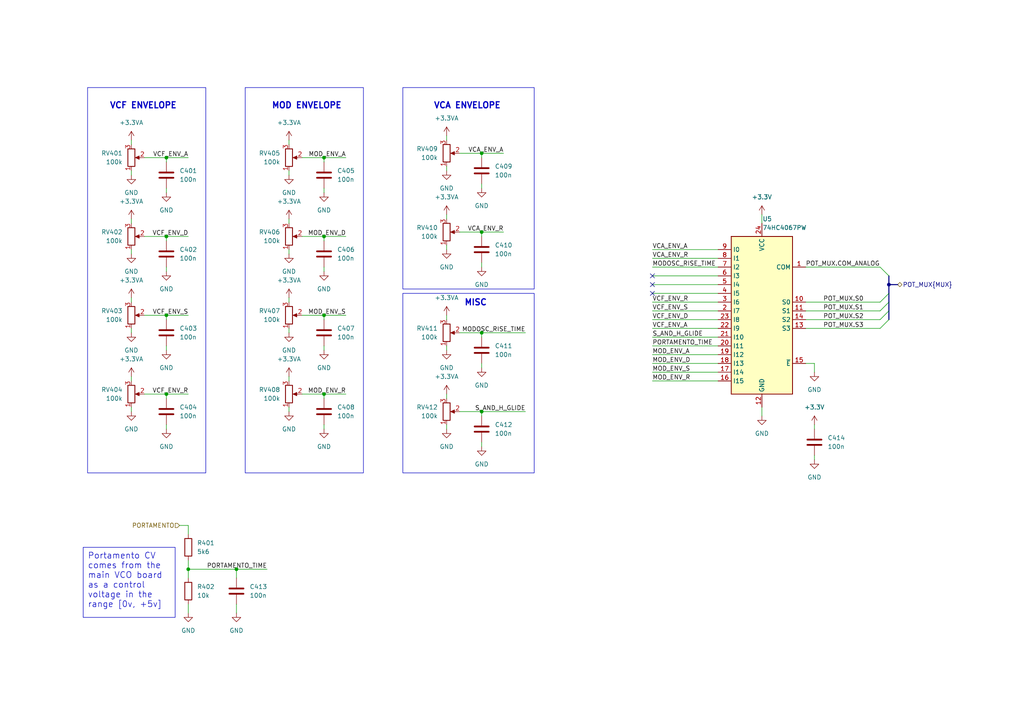
<source format=kicad_sch>
(kicad_sch (version 20230121) (generator eeschema)
  (paper "A4")
  (title_block (title "MICRO-OX Modulation Board") (date "2023-04-13") (rev "0") (comment 2 "creativecommons.org/licenses/by/4.0") (comment 3 "license: CC by 4.0") (comment 4 "Author: Jordan Aceto"))
  (lib_symbols
    (symbol "Device:C" (pin_numbers hide) (pin_names (offset 0.254))
      (property "Reference" "C" (at 0.635 2.54 0))
      (property "Value" "C" (at 0.635 -2.54 0))
      (symbol "C_0_1"
        (polyline (pts (xy -2.032 -0.762) (xy 2.032 -0.762)) (stroke (width 0.508)))
        (polyline (pts (xy -2.032 0.762) (xy 2.032 0.762)) (stroke (width 0.508)))
      )
      (symbol "C_1_1"
        (pin passive line (at 0 3.81 270) (length 2.794) (name "~") (number "1"))
        (pin passive line (at 0 -3.81 90) (length 2.794) (name "~") (number "2"))
      )
    )
    (symbol "Device:R" (pin_numbers hide) (pin_names (offset 0))
      (property "Reference" "R" (at 2.032 0 90))
      (property "Value" "R" (at 0 0 90))
      (symbol "R_0_1"
        (rectangle (start -1.016 -2.54) (end 1.016 2.54) (stroke (width 0.254)))
      )
      (symbol "R_1_1"
        (pin passive line (at 0 3.81 270) (length 1.27) (name "~") (number "1"))
        (pin passive line (at 0 -3.81 90) (length 1.27) (name "~") (number "2"))
      )
    )
    (symbol "Device:R_Potentiometer" (pin_names (offset 1.016) hide)
      (property "Reference" "RV" (at -4.445 0 90))
      (property "Value" "R_Potentiometer" (at -2.54 0 90))
      (symbol "R_Potentiometer_0_1"
        (polyline (pts (xy 2.54 0) (xy 1.524 0)))
        (polyline (pts (xy 1.143 0) (xy 2.286 0.508) (xy 2.286 -0.508) (xy 1.143 0)) (fill (type outline)))
        (rectangle (start 1.016 2.54) (end -1.016 -2.54) (stroke (width 0.254)))
      )
      (symbol "R_Potentiometer_1_1"
        (pin passive line (at 0 3.81 270) (length 1.27) (name "1") (number "1"))
        (pin passive line (at 3.81 0 180) (length 1.27) (name "2") (number "2"))
        (pin passive line (at 0 -3.81 90) (length 1.27) (name "3") (number "3"))
      )
    )
    (symbol "custom_symbols:74HC4067PW"
      (property "Reference" "U?" (at 0.1665 26.67 0))
      (property "Value" "74HC4067PW" (at 0.1665 24.13 0))
      (symbol "74HC4067PW_0_1"
        (rectangle (start -8.89 21.59) (end 8.89 -24.13) (stroke (width 0.254)) (fill (type background)))
      )
      (symbol "74HC4067PW_1_1"
        (pin passive line (at -12.7 12.7 0) (length 3.81) (name "COM") (number "1"))
        (pin input line (at -12.7 2.54 0) (length 3.81) (name "S0") (number "10"))
        (pin input line (at -12.7 0 0) (length 3.81) (name "S1") (number "11"))
        (pin power_in line (at 0 -27.94 90) (length 3.81) (name "GND") (number "12"))
        (pin input line (at -12.7 -5.08 0) (length 3.81) (name "S3") (number "13"))
        (pin input line (at -12.7 -2.54 0) (length 3.81) (name "S2") (number "14"))
        (pin input line (at -12.7 -15.24 0) (length 3.81) (name "~{E}") (number "15"))
        (pin passive line (at 12.7 -20.32 180) (length 3.81) (name "I15") (number "16"))
        (pin passive line (at 12.7 -17.78 180) (length 3.81) (name "I14") (number "17"))
        (pin passive line (at 12.7 -15.24 180) (length 3.81) (name "I13") (number "18"))
        (pin passive line (at 12.7 -12.7 180) (length 3.81) (name "I12") (number "19"))
        (pin passive line (at 12.7 0 180) (length 3.81) (name "I7") (number "2"))
        (pin passive line (at 12.7 -10.16 180) (length 3.81) (name "I11") (number "20"))
        (pin passive line (at 12.7 -7.62 180) (length 3.81) (name "I10") (number "21"))
        (pin passive line (at 12.7 -5.08 180) (length 3.81) (name "I9") (number "22"))
        (pin passive line (at 12.7 -2.54 180) (length 3.81) (name "I8") (number "23"))
        (pin power_in line (at 0 25.4 270) (length 3.81) (name "VCC") (number "24"))
        (pin passive line (at 12.7 2.54 180) (length 3.81) (name "I6") (number "3"))
        (pin passive line (at 12.7 5.08 180) (length 3.81) (name "I5") (number "4"))
        (pin passive line (at 12.7 7.62 180) (length 3.81) (name "I4") (number "5"))
        (pin passive line (at 12.7 10.16 180) (length 3.81) (name "I3") (number "6"))
        (pin passive line (at 12.7 12.7 180) (length 3.81) (name "I2") (number "7"))
        (pin passive line (at 12.7 15.24 180) (length 3.81) (name "I1") (number "8"))
        (pin passive line (at 12.7 17.78 180) (length 3.81) (name "I0") (number "9"))
      )
    )
    (symbol "power:+3.3V" (power) (pin_names (offset 0))
      (property "Value" "+3.3V" (at 0 3.556 0))
      (symbol "+3.3V_0_1"
        (polyline (pts (xy -0.762 1.27) (xy 0 2.54)))
        (polyline (pts (xy 0 0) (xy 0 2.54)))
        (polyline (pts (xy 0 2.54) (xy 0.762 1.27)))
      )
      (symbol "+3.3V_1_1"
        (pin power_in line (at 0 0 90) (length 0) hide (name "+3.3V") (number "1"))
      )
    )
    (symbol "power:+3.3VA" (power) (pin_names (offset 0))
      (property "Value" "+3.3VA" (at 0 3.556 0))
      (symbol "+3.3VA_0_1"
        (polyline (pts (xy -0.762 1.27) (xy 0 2.54)))
        (polyline (pts (xy 0 0) (xy 0 2.54)))
        (polyline (pts (xy 0 2.54) (xy 0.762 1.27)))
      )
      (symbol "+3.3VA_1_1"
        (pin power_in line (at 0 0 90) (length 0) hide (name "+3.3VA") (number "1"))
      )
    )
    (symbol "power:GND" (power) (pin_names (offset 0))
      (property "Value" "GND" (at 0 -3.81 0))
      (symbol "GND_0_1"
        (polyline (pts (xy 0 0) (xy 0 -1.27) (xy 1.27 -1.27) (xy 0 -2.54) (xy -1.27 -1.27) (xy 0 -1.27)))
      )
      (symbol "GND_1_1"
        (pin power_in line (at 0 0 270) (length 0) hide (name "GND") (number "1"))
      )
    )
  )
  (bus_alias "" (members))
  (bus_alias "MUX" (members "S0" "S1" "S2" "S3" "COM_ANALOG" "COM_DISCRETE"))
  (bus_alias "SPI" (members "SCK" "SDO" "~{CS_0}" "~{CS_1}" "~{CS_2}"))
  (junction (at 139.7 44.45))
  (junction (at 139.7 96.52))
  (junction (at 48.26 91.44))
  (junction (at 93.98 114.3))
  (junction (at 48.26 45.72))
  (junction (at 139.7 119.38))
  (junction (at 139.7 67.31))
  (junction (at 54.61 165.1))
  (junction (at 68.58 165.1))
  (junction (at 48.26 68.58))
  (junction (at 93.98 68.58))
  (junction (at 48.26 114.3))
  (junction (at 93.98 45.72))
  (junction (at 93.98 91.44))
  (junction (at 257.81 82.55))
  (no_connect (at 189.23 80.01))
  (no_connect (at 189.23 82.55))
  (no_connect (at 189.23 85.09))
  (bus_entry (at 257.81 80.01) (size -2.54 -2.54))
  (bus_entry (at 257.81 87.63) (size -2.54 2.54))
  (bus_entry (at 257.81 90.17) (size -2.54 2.54))
  (bus_entry (at 257.81 92.71) (size -2.54 2.54))
  (bus_entry (at 257.81 85.09) (size -2.54 2.54))
  (wire (pts (xy 189.23 80.01) (xy 208.28 80.01)))
  (wire (pts (xy 139.7 105.41) (xy 139.7 106.68)))
  (wire (pts (xy 139.7 67.31) (xy 139.7 68.58)))
  (wire (pts (xy 189.23 95.25) (xy 208.28 95.25)))
  (wire (pts (xy 93.98 68.58) (xy 100.33 68.58)))
  (wire (pts (xy 189.23 110.49) (xy 208.28 110.49)))
  (wire (pts (xy 220.98 118.11) (xy 220.98 120.65)))
  (wire (pts (xy 38.1 63.5) (xy 38.1 64.77)))
  (wire (pts (xy 189.23 102.87) (xy 208.28 102.87)))
  (wire (pts (xy 87.63 45.72) (xy 93.98 45.72)))
  (bus (pts (xy 257.81 82.55) (xy 257.81 85.09)))
  (wire (pts (xy 87.63 114.3) (xy 93.98 114.3)))
  (wire (pts (xy 93.98 91.44) (xy 100.33 91.44)))
  (wire (pts (xy 189.23 85.09) (xy 208.28 85.09)))
  (wire (pts (xy 38.1 72.39) (xy 38.1 73.66)))
  (wire (pts (xy 38.1 118.11) (xy 38.1 119.38)))
  (wire (pts (xy 129.54 39.37) (xy 129.54 40.64)))
  (wire (pts (xy 93.98 91.44) (xy 93.98 92.71)))
  (wire (pts (xy 83.82 109.22) (xy 83.82 110.49)))
  (wire (pts (xy 54.61 154.94) (xy 54.61 152.4)))
  (wire (pts (xy 48.26 100.33) (xy 48.26 101.6)))
  (wire (pts (xy 48.26 45.72) (xy 54.61 45.72)))
  (wire (pts (xy 83.82 72.39) (xy 83.82 73.66)))
  (bus (pts (xy 260.35 82.55) (xy 257.81 82.55)))
  (wire (pts (xy 236.22 123.19) (xy 236.22 124.46)))
  (wire (pts (xy 83.82 95.25) (xy 83.82 96.52)))
  (wire (pts (xy 93.98 123.19) (xy 93.98 124.46)))
  (wire (pts (xy 93.98 45.72) (xy 93.98 46.99)))
  (wire (pts (xy 133.35 44.45) (xy 139.7 44.45)))
  (bus (pts (xy 257.81 87.63) (xy 257.81 90.17)))
  (wire (pts (xy 139.7 53.34) (xy 139.7 54.61)))
  (wire (pts (xy 189.23 90.17) (xy 208.28 90.17)))
  (wire (pts (xy 189.23 92.71) (xy 208.28 92.71)))
  (wire (pts (xy 129.54 48.26) (xy 129.54 49.53)))
  (wire (pts (xy 54.61 152.4) (xy 52.07 152.4)))
  (wire (pts (xy 93.98 68.58) (xy 93.98 69.85)))
  (wire (pts (xy 48.26 45.72) (xy 48.26 46.99)))
  (wire (pts (xy 189.23 82.55) (xy 208.28 82.55)))
  (wire (pts (xy 41.91 91.44) (xy 48.26 91.44)))
  (wire (pts (xy 129.54 71.12) (xy 129.54 72.39)))
  (wire (pts (xy 139.7 119.38) (xy 152.4 119.38)))
  (wire (pts (xy 68.58 165.1) (xy 77.47 165.1)))
  (wire (pts (xy 139.7 44.45) (xy 139.7 45.72)))
  (wire (pts (xy 236.22 132.08) (xy 236.22 133.35)))
  (wire (pts (xy 38.1 40.64) (xy 38.1 41.91)))
  (wire (pts (xy 189.23 107.95) (xy 208.28 107.95)))
  (wire (pts (xy 233.68 90.17) (xy 255.27 90.17)))
  (wire (pts (xy 83.82 118.11) (xy 83.82 119.38)))
  (wire (pts (xy 54.61 175.26) (xy 54.61 177.8)))
  (bus (pts (xy 257.81 85.09) (xy 257.81 87.63)))
  (wire (pts (xy 68.58 165.1) (xy 68.58 167.64)))
  (wire (pts (xy 139.7 96.52) (xy 139.7 97.79)))
  (wire (pts (xy 48.26 68.58) (xy 48.26 69.85)))
  (wire (pts (xy 87.63 91.44) (xy 93.98 91.44)))
  (wire (pts (xy 189.23 100.33) (xy 208.28 100.33)))
  (wire (pts (xy 93.98 77.47) (xy 93.98 78.74)))
  (wire (pts (xy 41.91 68.58) (xy 48.26 68.58)))
  (wire (pts (xy 189.23 77.47) (xy 208.28 77.47)))
  (wire (pts (xy 189.23 74.93) (xy 208.28 74.93)))
  (wire (pts (xy 129.54 100.33) (xy 129.54 101.6)))
  (wire (pts (xy 93.98 45.72) (xy 100.33 45.72)))
  (wire (pts (xy 83.82 40.64) (xy 83.82 41.91)))
  (wire (pts (xy 139.7 44.45) (xy 146.05 44.45)))
  (wire (pts (xy 93.98 54.61) (xy 93.98 55.88)))
  (wire (pts (xy 139.7 96.52) (xy 152.4 96.52)))
  (wire (pts (xy 236.22 105.41) (xy 236.22 107.95)))
  (wire (pts (xy 139.7 119.38) (xy 139.7 120.65)))
  (wire (pts (xy 129.54 114.3) (xy 129.54 115.57)))
  (bus (pts (xy 257.81 80.01) (xy 257.81 82.55)))
  (wire (pts (xy 38.1 49.53) (xy 38.1 50.8)))
  (wire (pts (xy 38.1 95.25) (xy 38.1 96.52)))
  (wire (pts (xy 139.7 128.27) (xy 139.7 129.54)))
  (wire (pts (xy 54.61 162.56) (xy 54.61 165.1)))
  (wire (pts (xy 139.7 76.2) (xy 139.7 77.47)))
  (wire (pts (xy 83.82 86.36) (xy 83.82 87.63)))
  (wire (pts (xy 129.54 123.19) (xy 129.54 124.46)))
  (wire (pts (xy 48.26 114.3) (xy 54.61 114.3)))
  (wire (pts (xy 83.82 63.5) (xy 83.82 64.77)))
  (wire (pts (xy 38.1 86.36) (xy 38.1 87.63)))
  (wire (pts (xy 133.35 67.31) (xy 139.7 67.31)))
  (wire (pts (xy 189.23 87.63) (xy 208.28 87.63)))
  (wire (pts (xy 139.7 67.31) (xy 146.05 67.31)))
  (wire (pts (xy 189.23 97.79) (xy 208.28 97.79)))
  (wire (pts (xy 48.26 91.44) (xy 54.61 91.44)))
  (wire (pts (xy 87.63 68.58) (xy 93.98 68.58)))
  (wire (pts (xy 93.98 114.3) (xy 100.33 114.3)))
  (wire (pts (xy 233.68 77.47) (xy 255.27 77.47)))
  (wire (pts (xy 54.61 165.1) (xy 54.61 167.64)))
  (wire (pts (xy 233.68 95.25) (xy 255.27 95.25)))
  (wire (pts (xy 48.26 77.47) (xy 48.26 78.74)))
  (wire (pts (xy 48.26 68.58) (xy 54.61 68.58)))
  (wire (pts (xy 233.68 87.63) (xy 255.27 87.63)))
  (wire (pts (xy 41.91 45.72) (xy 48.26 45.72)))
  (wire (pts (xy 93.98 100.33) (xy 93.98 101.6)))
  (wire (pts (xy 48.26 114.3) (xy 48.26 115.57)))
  (wire (pts (xy 54.61 165.1) (xy 68.58 165.1)))
  (wire (pts (xy 48.26 123.19) (xy 48.26 124.46)))
  (wire (pts (xy 129.54 62.23) (xy 129.54 63.5)))
  (wire (pts (xy 38.1 109.22) (xy 38.1 110.49)))
  (bus (pts (xy 257.81 90.17) (xy 257.81 92.71)))
  (wire (pts (xy 133.35 119.38) (xy 139.7 119.38)))
  (wire (pts (xy 41.91 114.3) (xy 48.26 114.3)))
  (wire (pts (xy 233.68 105.41) (xy 236.22 105.41)))
  (wire (pts (xy 48.26 91.44) (xy 48.26 92.71)))
  (wire (pts (xy 83.82 49.53) (xy 83.82 50.8)))
  (wire (pts (xy 189.23 72.39) (xy 208.28 72.39)))
  (wire (pts (xy 129.54 91.44) (xy 129.54 92.71)))
  (wire (pts (xy 189.23 105.41) (xy 208.28 105.41)))
  (wire (pts (xy 133.35 96.52) (xy 139.7 96.52)))
  (wire (pts (xy 233.68 92.71) (xy 255.27 92.71)))
  (wire (pts (xy 48.26 54.61) (xy 48.26 55.88)))
  (wire (pts (xy 68.58 175.26) (xy 68.58 177.8)))
  (wire (pts (xy 220.98 62.23) (xy 220.98 64.77)))
  (wire (pts (xy 93.98 114.3) (xy 93.98 115.57)))
  (rectangle (start 116.84 85.09) (end 154.94 137.16))
  (rectangle (start 71.12 25.4) (end 105.41 137.16))
  (rectangle (start 25.4 25.4) (end 59.69 137.16))
  (rectangle (start 116.84 25.4) (end 154.94 83.82))
  (text_box "Portamento CV comes from the main VCO board as a control voltage in the range [0v, +5v]" (at 24.13 158.75 0) (size 26.67 20.32) (effects (font (size 1.75 1.75)) (justify left top)))
  (text "MOD ENVELOPE" (at 78.74 31.75 0) (effects (font (size 1.75 1.75) bold) (justify left bottom)))
  (text "VCA ENVELOPE" (at 125.73 31.75 0) (effects (font (size 1.75 1.75) bold) (justify left bottom)))
  (text "MISC" (at 134.62 88.9 0) (effects (font (size 1.75 1.75) bold) (justify left bottom)))
  (text "VCF ENVELOPE" (at 31.75 31.75 0) (effects (font (size 1.75 1.75) bold) (justify left bottom)))
  (label "VCF_ENV_A" (at 54.61 45.72 180))
  (label "S_AND_H_GLIDE" (at 189.23 97.79 0))
  (label "MODOSC_RISE_TIME" (at 152.4 96.52 180))
  (label "VCF_ENV_S" (at 54.61 91.44 180))
  (label "MODOSC_RISE_TIME" (at 189.23 77.47 0))
  (label "PORTAMENTO_TIME" (at 189.23 100.33 0))
  (label "VCF_ENV_A" (at 189.23 95.25 0))
  (label "MOD_ENV_S" (at 189.23 107.95 0))
  (label "POT_MUX.COM_ANALOG" (at 233.68 77.47 0))
  (label "VCA_ENV_A" (at 146.05 44.45 180))
  (label "VCF_ENV_D" (at 54.61 68.58 180))
  (label "MOD_ENV_D" (at 189.23 105.41 0))
  (label "POT_MUX.S3" (at 238.76 95.25 0))
  (label "VCA_ENV_R" (at 146.05 67.31 180))
  (label "VCF_ENV_R" (at 189.23 87.63 0))
  (label "VCF_ENV_R" (at 54.61 114.3 180))
  (label "MOD_ENV_D" (at 100.33 68.58 180))
  (label "MOD_ENV_A" (at 189.23 102.87 0))
  (label "VCF_ENV_S" (at 189.23 90.17 0))
  (label "MOD_ENV_R" (at 100.33 114.3 180))
  (label "POT_MUX.S0" (at 238.76 87.63 0))
  (label "POT_MUX.S1" (at 238.76 90.17 0))
  (label "PORTAMENTO_TIME" (at 77.47 165.1 180))
  (label "VCA_ENV_A" (at 189.23 72.39 0))
  (label "VCA_ENV_R" (at 189.23 74.93 0))
  (label "MOD_ENV_S" (at 100.33 91.44 180))
  (label "MOD_ENV_R" (at 189.23 110.49 0))
  (label "POT_MUX.S2" (at 238.76 92.71 0))
  (label "VCF_ENV_D" (at 189.23 92.71 0))
  (label "S_AND_H_GLIDE" (at 152.4 119.38 180))
  (label "MOD_ENV_A" (at 100.33 45.72 180))
  (hierarchical_label "PORTAMENTO" (shape input) (at 52.07 152.4 180))
  (hierarchical_label "POT_MUX{MUX}" (shape bidirectional) (at 260.35 82.55 0))
  (symbol (lib_id "Device:C") (at 139.7 101.6 0) (unit 1)
    (property "Reference" "C411" (at 143.51 100.33 0) (effects (justify left)))
    (property "Value" "100n" (at 143.51 102.87 0) (effects (justify left)))
    (property "Footprint" "Capacitor_SMD:C_0603_1608Metric" (effects hide))
  )
  (symbol (lib_id "power:GND") (at 48.26 55.88 0) (unit 1)
    (property "Reference" "#PWR0409" (effects hide))
    (property "Value" "GND" (at 48.26 60.96 0))
    (instances (project "modulation_board" (path "" (reference "#PWR0409") (unit 1))) (project "stereo_whooshy_sound_main_board" (path "" (reference "#PWR015") (unit 1)) (path "" (reference "#PWR0155") (unit 1))))
  )
  (symbol (lib_id "Device:C") (at 48.26 96.52 0) (unit 1)
    (property "Reference" "C403" (at 52.07 95.25 0) (effects (justify left)))
    (property "Value" "100n" (at 52.07 97.79 0) (effects (justify left)))
    (property "Footprint" "Capacitor_SMD:C_0603_1608Metric" (effects hide))
  )
  (symbol (lib_id "power:+3.3VA") (at 83.82 63.5 0) (unit 1)
    (property "Reference" "#PWR0415" (effects hide))
    (property "Value" "+3.3VA" (at 83.82 58.42 0))
    (instances (project "modulation_board" (path "" (reference "#PWR0415") (unit 1))) (project "stereo_whooshy_sound_main_board" (path "" (reference "#PWR0124") (unit 1)) (path "" (reference "#PWR0152") (unit 1))))
  )
  (symbol (lib_id "Device:C") (at 93.98 50.8 0) (unit 1)
    (property "Reference" "C405" (at 97.79 49.53 0) (effects (justify left)))
    (property "Value" "100n" (at 97.79 52.07 0) (effects (justify left)))
    (property "Footprint" "Capacitor_SMD:C_0603_1608Metric" (effects hide))
  )
  (symbol (lib_id "power:GND") (at 93.98 78.74 0) (unit 1)
    (property "Reference" "#PWR0422" (effects hide))
    (property "Value" "GND" (at 93.98 83.82 0))
    (instances (project "modulation_board" (path "" (reference "#PWR0422") (unit 1))) (project "stereo_whooshy_sound_main_board" (path "" (reference "#PWR015") (unit 1)) (path "" (reference "#PWR0155") (unit 1))))
  )
  (symbol (lib_id "power:+3.3VA") (at 129.54 39.37 0) (unit 1)
    (property "Reference" "#PWR0425" (effects hide))
    (property "Value" "+3.3VA" (at 129.54 34.29 0))
    (instances (project "modulation_board" (path "" (reference "#PWR0425") (unit 1))) (project "stereo_whooshy_sound_main_board" (path "" (reference "#PWR0122") (unit 1)) (path "" (reference "#PWR0150") (unit 1))))
  )
  (symbol (lib_id "Device:R") (at 54.61 171.45 0) (unit 1)
    (property "Reference" "R402" (at 57.15 170.18 0) (effects (justify left)))
    (property "Value" "10k" (at 57.15 172.72 0) (effects (justify left)))
    (property "Footprint" "Resistor_SMD:R_0603_1608Metric" (effects hide))
  )
  (symbol (lib_id "Device:C") (at 139.7 72.39 0) (unit 1)
    (property "Reference" "C410" (at 143.51 71.12 0) (effects (justify left)))
    (property "Value" "100n" (at 143.51 73.66 0) (effects (justify left)))
    (property "Footprint" "Capacitor_SMD:C_0603_1608Metric" (effects hide))
  )
  (symbol (lib_id "power:GND") (at 83.82 73.66 0) (unit 1)
    (property "Reference" "#PWR0416" (effects hide))
    (property "Value" "GND" (at 83.82 78.74 0))
    (instances (project "modulation_board" (path "" (reference "#PWR0416") (unit 1))) (project "stereo_whooshy_sound_main_board" (path "" (reference "#PWR053") (unit 1)) (path "" (reference "#PWR016") (unit 1)) (path "" (reference "#PWR0125") (unit 1)) (path "" (reference "#PWR0153") (unit 1))))
  )
  (symbol (lib_id "Device:R_Potentiometer") (at 129.54 67.31 0) (mirror x) (unit 1)
    (property "Reference" "RV410" (at 127 66.04 0) (effects (justify right)))
    (property "Value" "100k" (at 127 68.58 0) (effects (justify right)))
    (property "Footprint" "custom_footprints:Bourns_PTV09" (effects hide))
    (instances (project "modulation_board" (path "" (reference "RV410") (unit 1))) (project "stereo_whooshy_sound_main_board" (path "" (reference "RV4") (unit 1))))
  )
  (symbol (lib_id "power:+3.3V") (at 236.22 123.19 0) (unit 1)
    (property "Reference" "#PWR0443" (effects hide))
    (property "Value" "+3.3V" (at 236.22 118.11 0))
    (instances (project "modulation_board" (path "" (reference "#PWR0443") (unit 1))) (project "stereo_whooshy_sound_main_board" (path "" (reference "#PWR0126") (unit 1)) (path "" (reference "#PWR0154") (unit 1))))
  )
  (symbol (lib_id "Device:R_Potentiometer") (at 129.54 96.52 0) (mirror x) (unit 1)
    (property "Reference" "RV411" (at 127 95.25 0) (effects (justify right)))
    (property "Value" "100k" (at 127 97.79 0) (effects (justify right)))
    (property "Footprint" "custom_footprints:Bourns_PTV09" (effects hide))
    (instances (project "modulation_board" (path "" (reference "RV411") (unit 1))) (project "stereo_whooshy_sound_main_board" (path "" (reference "RV3") (unit 1))))
  )
  (symbol (lib_id "Device:R_Potentiometer") (at 38.1 45.72 0) (mirror x) (unit 1)
    (property "Reference" "RV401" (at 35.56 44.45 0) (effects (justify right)))
    (property "Value" "100k" (at 35.56 46.99 0) (effects (justify right)))
    (property "Footprint" "Potentiometer_THT:Potentiometer_Alpha_RD901F-40-00D_Single_Vertical" (effects hide))
    (instances (project "modulation_board" (path "" (reference "RV401") (unit 1))) (project "stereo_whooshy_sound_main_board" (path "" (reference "RV3") (unit 1))))
  )
  (symbol (lib_id "power:GND") (at 68.58 177.8 0) (unit 1)
    (property "Reference" "#PWR0438" (effects hide))
    (property "Value" "GND" (at 68.58 182.88 0))
    (instances (project "modulation_board" (path "" (reference "#PWR0438") (unit 1))) (project "stereo_whooshy_sound_main_board" (path "" (reference "#PWR015") (unit 1)) (path "" (reference "#PWR0155") (unit 1))))
  )
  (symbol (lib_id "power:GND") (at 93.98 124.46 0) (unit 1)
    (property "Reference" "#PWR0424" (effects hide))
    (property "Value" "GND" (at 93.98 129.54 0))
    (instances (project "modulation_board" (path "" (reference "#PWR0424") (unit 1))) (project "stereo_whooshy_sound_main_board" (path "" (reference "#PWR015") (unit 1)) (path "" (reference "#PWR0155") (unit 1))))
  )
  (symbol (lib_id "Device:C") (at 139.7 124.46 0) (unit 1)
    (property "Reference" "C412" (at 143.51 123.19 0) (effects (justify left)))
    (property "Value" "100n" (at 143.51 125.73 0) (effects (justify left)))
    (property "Footprint" "Capacitor_SMD:C_0603_1608Metric" (effects hide))
  )
  (symbol (lib_id "power:GND") (at 129.54 49.53 0) (unit 1)
    (property "Reference" "#PWR0426" (effects hide))
    (property "Value" "GND" (at 129.54 54.61 0))
    (instances (project "modulation_board" (path "" (reference "#PWR0426") (unit 1))) (project "stereo_whooshy_sound_main_board" (path "" (reference "#PWR053") (unit 1)) (path "" (reference "#PWR016") (unit 1)) (path "" (reference "#PWR0123") (unit 1)) (path "" (reference "#PWR0151") (unit 1))))
  )
  (symbol (lib_id "power:+3.3V") (at 220.98 62.23 0) (unit 1)
    (property "Reference" "#PWR0439" (effects hide))
    (property "Value" "+3.3V" (at 220.98 57.15 0))
    (instances (project "modulation_board" (path "" (reference "#PWR0439") (unit 1))) (project "stereo_whooshy_sound_main_board" (path "" (reference "#PWR0126") (unit 1)) (path "" (reference "#PWR0154") (unit 1))))
  )
  (symbol (lib_id "power:GND") (at 129.54 124.46 0) (unit 1)
    (property "Reference" "#PWR0432" (effects hide))
    (property "Value" "GND" (at 129.54 129.54 0))
    (instances (project "modulation_board" (path "" (reference "#PWR0432") (unit 1))) (project "stereo_whooshy_sound_main_board" (path "" (reference "#PWR053") (unit 1)) (path "" (reference "#PWR016") (unit 1)) (path "" (reference "#PWR0125") (unit 1)) (path "" (reference "#PWR0153") (unit 1))))
  )
  (symbol (lib_id "Device:R_Potentiometer") (at 38.1 68.58 0) (mirror x) (unit 1)
    (property "Reference" "RV402" (at 35.56 67.31 0) (effects (justify right)))
    (property "Value" "100k" (at 35.56 69.85 0) (effects (justify right)))
    (property "Footprint" "Potentiometer_THT:Potentiometer_Alpha_RD901F-40-00D_Single_Vertical" (effects hide))
    (instances (project "modulation_board" (path "" (reference "RV402") (unit 1))) (project "stereo_whooshy_sound_main_board" (path "" (reference "RV4") (unit 1))))
  )
  (symbol (lib_id "power:+3.3VA") (at 83.82 86.36 0) (unit 1)
    (property "Reference" "#PWR0417" (effects hide))
    (property "Value" "+3.3VA" (at 83.82 81.28 0))
    (instances (project "modulation_board" (path "" (reference "#PWR0417") (unit 1))) (project "stereo_whooshy_sound_main_board" (path "" (reference "#PWR0122") (unit 1)) (path "" (reference "#PWR0150") (unit 1))))
  )
  (symbol (lib_id "Device:C") (at 68.58 171.45 0) (unit 1)
    (property "Reference" "C413" (at 72.39 170.18 0) (effects (justify left)))
    (property "Value" "100n" (at 72.39 172.72 0) (effects (justify left)))
    (property "Footprint" "Capacitor_SMD:C_0603_1608Metric" (effects hide))
  )
  (symbol (lib_id "Device:R_Potentiometer") (at 38.1 91.44 0) (mirror x) (unit 1)
    (property "Reference" "RV403" (at 35.56 90.17 0) (effects (justify right)))
    (property "Value" "100k" (at 35.56 92.71 0) (effects (justify right)))
    (property "Footprint" "Potentiometer_THT:Potentiometer_Alpha_RD901F-40-00D_Single_Vertical" (effects hide))
    (instances (project "modulation_board" (path "" (reference "RV403") (unit 1))) (project "stereo_whooshy_sound_main_board" (path "" (reference "RV3") (unit 1))))
  )
  (symbol (lib_id "power:+3.3VA") (at 38.1 109.22 0) (unit 1)
    (property "Reference" "#PWR0407" (effects hide))
    (property "Value" "+3.3VA" (at 38.1 104.14 0))
    (instances (project "modulation_board" (path "" (reference "#PWR0407") (unit 1))) (project "stereo_whooshy_sound_main_board" (path "" (reference "#PWR0124") (unit 1)) (path "" (reference "#PWR0152") (unit 1))))
  )
  (symbol (lib_id "power:GND") (at 129.54 72.39 0) (unit 1)
    (property "Reference" "#PWR0428" (effects hide))
    (property "Value" "GND" (at 129.54 77.47 0))
    (instances (project "modulation_board" (path "" (reference "#PWR0428") (unit 1))) (project "stereo_whooshy_sound_main_board" (path "" (reference "#PWR053") (unit 1)) (path "" (reference "#PWR016") (unit 1)) (path "" (reference "#PWR0125") (unit 1)) (path "" (reference "#PWR0153") (unit 1))))
  )
  (symbol (lib_id "power:GND") (at 38.1 50.8 0) (unit 1)
    (property "Reference" "#PWR0402" (effects hide))
    (property "Value" "GND" (at 38.1 55.88 0))
    (instances (project "modulation_board" (path "" (reference "#PWR0402") (unit 1))) (project "stereo_whooshy_sound_main_board" (path "" (reference "#PWR053") (unit 1)) (path "" (reference "#PWR016") (unit 1)) (path "" (reference "#PWR0123") (unit 1)) (path "" (reference "#PWR0151") (unit 1))))
  )
  (symbol (lib_id "power:GND") (at 139.7 54.61 0) (unit 1)
    (property "Reference" "#PWR0433" (effects hide))
    (property "Value" "GND" (at 139.7 59.69 0))
    (instances (project "modulation_board" (path "" (reference "#PWR0433") (unit 1))) (project "stereo_whooshy_sound_main_board" (path "" (reference "#PWR015") (unit 1)) (path "" (reference "#PWR0155") (unit 1))))
  )
  (symbol (lib_id "power:+3.3VA") (at 38.1 40.64 0) (unit 1)
    (property "Reference" "#PWR0401" (effects hide))
    (property "Value" "+3.3VA" (at 38.1 35.56 0))
    (instances (project "modulation_board" (path "" (reference "#PWR0401") (unit 1))) (project "stereo_whooshy_sound_main_board" (path "" (reference "#PWR0122") (unit 1)) (path "" (reference "#PWR0150") (unit 1))))
  )
  (symbol (lib_id "power:GND") (at 220.98 120.65 0) (unit 1)
    (property "Reference" "#PWR0440" (effects hide))
    (property "Value" "GND" (at 220.98 125.73 0))
    (instances (project "modulation_board" (path "" (reference "#PWR0440") (unit 1))) (project "stereo_whooshy_sound_main_board" (path "" (reference "#PWR015") (unit 1)) (path "" (reference "#PWR0155") (unit 1))))
  )
  (symbol (lib_id "Device:R") (at 54.61 158.75 0) (unit 1)
    (property "Reference" "R401" (at 57.15 157.48 0) (effects (justify left)))
    (property "Value" "5k6" (at 57.15 160.02 0) (effects (justify left)))
    (property "Footprint" "Resistor_SMD:R_0603_1608Metric" (effects hide))
  )
  (symbol (lib_id "Device:R_Potentiometer") (at 83.82 91.44 0) (mirror x) (unit 1)
    (property "Reference" "RV407" (at 81.28 90.17 0) (effects (justify right)))
    (property "Value" "100k" (at 81.28 92.71 0) (effects (justify right)))
    (property "Footprint" "Potentiometer_THT:Potentiometer_Alpha_RD901F-40-00D_Single_Vertical" (effects hide))
    (instances (project "modulation_board" (path "" (reference "RV407") (unit 1))) (project "stereo_whooshy_sound_main_board" (path "" (reference "RV3") (unit 1))))
  )
  (symbol (lib_id "power:GND") (at 93.98 101.6 0) (unit 1)
    (property "Reference" "#PWR0423" (effects hide))
    (property "Value" "GND" (at 93.98 106.68 0))
    (instances (project "modulation_board" (path "" (reference "#PWR0423") (unit 1))) (project "stereo_whooshy_sound_main_board" (path "" (reference "#PWR015") (unit 1)) (path "" (reference "#PWR0155") (unit 1))))
  )
  (symbol (lib_id "power:GND") (at 83.82 96.52 0) (unit 1)
    (property "Reference" "#PWR0418" (effects hide))
    (property "Value" "GND" (at 83.82 101.6 0))
    (instances (project "modulation_board" (path "" (reference "#PWR0418") (unit 1))) (project "stereo_whooshy_sound_main_board" (path "" (reference "#PWR053") (unit 1)) (path "" (reference "#PWR016") (unit 1)) (path "" (reference "#PWR0123") (unit 1)) (path "" (reference "#PWR0151") (unit 1))))
  )
  (symbol (lib_id "power:GND") (at 236.22 133.35 0) (unit 1)
    (property "Reference" "#PWR0442" (effects hide))
    (property "Value" "GND" (at 236.22 138.43 0))
    (instances (project "modulation_board" (path "" (reference "#PWR0442") (unit 1))) (project "stereo_whooshy_sound_main_board" (path "" (reference "#PWR015") (unit 1)) (path "" (reference "#PWR0155") (unit 1))))
  )
  (symbol (lib_id "Device:C") (at 236.22 128.27 0) (unit 1)
    (property "Reference" "C414" (at 240.03 127 0) (effects (justify left)))
    (property "Value" "100n" (at 240.03 129.54 0) (effects (justify left)))
    (property "Footprint" "Capacitor_SMD:C_0603_1608Metric" (effects hide))
  )
  (symbol (lib_id "power:GND") (at 38.1 73.66 0) (unit 1)
    (property "Reference" "#PWR0404" (effects hide))
    (property "Value" "GND" (at 38.1 78.74 0))
    (instances (project "modulation_board" (path "" (reference "#PWR0404") (unit 1))) (project "stereo_whooshy_sound_main_board" (path "" (reference "#PWR053") (unit 1)) (path "" (reference "#PWR016") (unit 1)) (path "" (reference "#PWR0125") (unit 1)) (path "" (reference "#PWR0153") (unit 1))))
  )
  (symbol (lib_id "power:GND") (at 38.1 96.52 0) (unit 1)
    (property "Reference" "#PWR0406" (effects hide))
    (property "Value" "GND" (at 38.1 101.6 0))
    (instances (project "modulation_board" (path "" (reference "#PWR0406") (unit 1))) (project "stereo_whooshy_sound_main_board" (path "" (reference "#PWR053") (unit 1)) (path "" (reference "#PWR016") (unit 1)) (path "" (reference "#PWR0123") (unit 1)) (path "" (reference "#PWR0151") (unit 1))))
  )
  (symbol (lib_id "power:GND") (at 93.98 55.88 0) (unit 1)
    (property "Reference" "#PWR0421" (effects hide))
    (property "Value" "GND" (at 93.98 60.96 0))
    (instances (project "modulation_board" (path "" (reference "#PWR0421") (unit 1))) (project "stereo_whooshy_sound_main_board" (path "" (reference "#PWR015") (unit 1)) (path "" (reference "#PWR0155") (unit 1))))
  )
  (symbol (lib_id "Device:C") (at 93.98 119.38 0) (unit 1)
    (property "Reference" "C408" (at 97.79 118.11 0) (effects (justify left)))
    (property "Value" "100n" (at 97.79 120.65 0) (effects (justify left)))
    (property "Footprint" "Capacitor_SMD:C_0603_1608Metric" (effects hide))
  )
  (symbol (lib_id "Device:C") (at 93.98 96.52 0) (unit 1)
    (property "Reference" "C407" (at 97.79 95.25 0) (effects (justify left)))
    (property "Value" "100n" (at 97.79 97.79 0) (effects (justify left)))
    (property "Footprint" "Capacitor_SMD:C_0603_1608Metric" (effects hide))
  )
  (symbol (lib_id "power:+3.3VA") (at 129.54 114.3 0) (unit 1)
    (property "Reference" "#PWR0431" (effects hide))
    (property "Value" "+3.3VA" (at 129.54 109.22 0))
    (instances (project "modulation_board" (path "" (reference "#PWR0431") (unit 1))) (project "stereo_whooshy_sound_main_board" (path "" (reference "#PWR0124") (unit 1)) (path "" (reference "#PWR0152") (unit 1))))
  )
  (symbol (lib_id "power:+3.3VA") (at 129.54 62.23 0) (unit 1)
    (property "Reference" "#PWR0427" (effects hide))
    (property "Value" "+3.3VA" (at 129.54 57.15 0))
    (instances (project "modulation_board" (path "" (reference "#PWR0427") (unit 1))) (project "stereo_whooshy_sound_main_board" (path "" (reference "#PWR0124") (unit 1)) (path "" (reference "#PWR0152") (unit 1))))
  )
  (symbol (lib_id "Device:C") (at 48.26 119.38 0) (unit 1)
    (property "Reference" "C404" (at 52.07 118.11 0) (effects (justify left)))
    (property "Value" "100n" (at 52.07 120.65 0) (effects (justify left)))
    (property "Footprint" "Capacitor_SMD:C_0603_1608Metric" (effects hide))
  )
  (symbol (lib_id "power:GND") (at 139.7 77.47 0) (unit 1)
    (property "Reference" "#PWR0434" (effects hide))
    (property "Value" "GND" (at 139.7 82.55 0))
    (instances (project "modulation_board" (path "" (reference "#PWR0434") (unit 1))) (project "stereo_whooshy_sound_main_board" (path "" (reference "#PWR015") (unit 1)) (path "" (reference "#PWR0155") (unit 1))))
  )
  (symbol (lib_id "power:GND") (at 38.1 119.38 0) (unit 1)
    (property "Reference" "#PWR0408" (effects hide))
    (property "Value" "GND" (at 38.1 124.46 0))
    (instances (project "modulation_board" (path "" (reference "#PWR0408") (unit 1))) (project "stereo_whooshy_sound_main_board" (path "" (reference "#PWR053") (unit 1)) (path "" (reference "#PWR016") (unit 1)) (path "" (reference "#PWR0125") (unit 1)) (path "" (reference "#PWR0153") (unit 1))))
  )
  (symbol (lib_id "power:GND") (at 139.7 129.54 0) (unit 1)
    (property "Reference" "#PWR0436" (effects hide))
    (property "Value" "GND" (at 139.7 134.62 0))
    (instances (project "modulation_board" (path "" (reference "#PWR0436") (unit 1))) (project "stereo_whooshy_sound_main_board" (path "" (reference "#PWR015") (unit 1)) (path "" (reference "#PWR0155") (unit 1))))
  )
  (symbol (lib_id "power:GND") (at 83.82 50.8 0) (unit 1)
    (property "Reference" "#PWR0414" (effects hide))
    (property "Value" "GND" (at 83.82 55.88 0))
    (instances (project "modulation_board" (path "" (reference "#PWR0414") (unit 1))) (project "stereo_whooshy_sound_main_board" (path "" (reference "#PWR053") (unit 1)) (path "" (reference "#PWR016") (unit 1)) (path "" (reference "#PWR0123") (unit 1)) (path "" (reference "#PWR0151") (unit 1))))
  )
  (symbol (lib_id "power:+3.3VA") (at 83.82 109.22 0) (unit 1)
    (property "Reference" "#PWR0419" (effects hide))
    (property "Value" "+3.3VA" (at 83.82 104.14 0))
    (instances (project "modulation_board" (path "" (reference "#PWR0419") (unit 1))) (project "stereo_whooshy_sound_main_board" (path "" (reference "#PWR0124") (unit 1)) (path "" (reference "#PWR0152") (unit 1))))
  )
  (symbol (lib_id "power:GND") (at 54.61 177.8 0) (unit 1)
    (property "Reference" "#PWR0437" (effects hide))
    (property "Value" "GND" (at 54.61 182.88 0))
    (instances (project "modulation_board" (path "" (reference "#PWR0437") (unit 1))) (project "stereo_whooshy_sound_main_board" (path "" (reference "#PWR015") (unit 1)) (path "" (reference "#PWR0155") (unit 1))))
  )
  (symbol (lib_id "Device:R_Potentiometer") (at 83.82 45.72 0) (mirror x) (unit 1)
    (property "Reference" "RV405" (at 81.28 44.45 0) (effects (justify right)))
    (property "Value" "100k" (at 81.28 46.99 0) (effects (justify right)))
    (property "Footprint" "Potentiometer_THT:Potentiometer_Alpha_RD901F-40-00D_Single_Vertical" (effects hide))
    (instances (project "modulation_board" (path "" (reference "RV405") (unit 1))) (project "stereo_whooshy_sound_main_board" (path "" (reference "RV3") (unit 1))))
  )
  (symbol (lib_id "power:GND") (at 83.82 119.38 0) (unit 1)
    (property "Reference" "#PWR0420" (effects hide))
    (property "Value" "GND" (at 83.82 124.46 0))
    (instances (project "modulation_board" (path "" (reference "#PWR0420") (unit 1))) (project "stereo_whooshy_sound_main_board" (path "" (reference "#PWR053") (unit 1)) (path "" (reference "#PWR016") (unit 1)) (path "" (reference "#PWR0125") (unit 1)) (path "" (reference "#PWR0153") (unit 1))))
  )
  (symbol (lib_id "Device:C") (at 48.26 73.66 0) (unit 1)
    (property "Reference" "C402" (at 52.07 72.39 0) (effects (justify left)))
    (property "Value" "100n" (at 52.07 74.93 0) (effects (justify left)))
    (property "Footprint" "Capacitor_SMD:C_0603_1608Metric" (effects hide))
  )
  (symbol (lib_id "Device:C") (at 139.7 49.53 0) (unit 1)
    (property "Reference" "C409" (at 143.51 48.26 0) (effects (justify left)))
    (property "Value" "100n" (at 143.51 50.8 0) (effects (justify left)))
    (property "Footprint" "Capacitor_SMD:C_0603_1608Metric" (effects hide))
  )
  (symbol (lib_id "Device:C") (at 93.98 73.66 0) (unit 1)
    (property "Reference" "C406" (at 97.79 72.39 0) (effects (justify left)))
    (property "Value" "100n" (at 97.79 74.93 0) (effects (justify left)))
    (property "Footprint" "Capacitor_SMD:C_0603_1608Metric" (effects hide))
  )
  (symbol (lib_id "power:+3.3VA") (at 129.54 91.44 0) (unit 1)
    (property "Reference" "#PWR0429" (effects hide))
    (property "Value" "+3.3VA" (at 129.54 86.36 0))
    (instances (project "modulation_board" (path "" (reference "#PWR0429") (unit 1))) (project "stereo_whooshy_sound_main_board" (path "" (reference "#PWR0122") (unit 1)) (path "" (reference "#PWR0150") (unit 1))))
  )
  (symbol (lib_id "Device:R_Potentiometer") (at 129.54 44.45 0) (mirror x) (unit 1)
    (property "Reference" "RV409" (at 127 43.18 0) (effects (justify right)))
    (property "Value" "100k" (at 127 45.72 0) (effects (justify right)))
    (property "Footprint" "custom_footprints:Bourns_PTV09" (effects hide))
    (instances (project "modulation_board" (path "" (reference "RV409") (unit 1))) (project "stereo_whooshy_sound_main_board" (path "" (reference "RV3") (unit 1))))
  )
  (symbol (lib_id "power:GND") (at 139.7 106.68 0) (unit 1)
    (property "Reference" "#PWR0435" (effects hide))
    (property "Value" "GND" (at 139.7 111.76 0))
    (instances (project "modulation_board" (path "" (reference "#PWR0435") (unit 1))) (project "stereo_whooshy_sound_main_board" (path "" (reference "#PWR015") (unit 1)) (path "" (reference "#PWR0155") (unit 1))))
  )
  (symbol (lib_id "power:GND") (at 48.26 78.74 0) (unit 1)
    (property "Reference" "#PWR0410" (effects hide))
    (property "Value" "GND" (at 48.26 83.82 0))
    (instances (project "modulation_board" (path "" (reference "#PWR0410") (unit 1))) (project "stereo_whooshy_sound_main_board" (path "" (reference "#PWR015") (unit 1)) (path "" (reference "#PWR0155") (unit 1))))
  )
  (symbol (lib_id "power:+3.3VA") (at 38.1 63.5 0) (unit 1)
    (property "Reference" "#PWR0403" (effects hide))
    (property "Value" "+3.3VA" (at 38.1 58.42 0))
    (instances (project "modulation_board" (path "" (reference "#PWR0403") (unit 1))) (project "stereo_whooshy_sound_main_board" (path "" (reference "#PWR0124") (unit 1)) (path "" (reference "#PWR0152") (unit 1))))
  )
  (symbol (lib_id "Device:R_Potentiometer") (at 83.82 68.58 0) (mirror x) (unit 1)
    (property "Reference" "RV406" (at 81.28 67.31 0) (effects (justify right)))
    (property "Value" "100k" (at 81.28 69.85 0) (effects (justify right)))
    (property "Footprint" "Potentiometer_THT:Potentiometer_Alpha_RD901F-40-00D_Single_Vertical" (effects hide))
    (instances (project "modulation_board" (path "" (reference "RV406") (unit 1))) (project "stereo_whooshy_sound_main_board" (path "" (reference "RV4") (unit 1))))
  )
  (symbol (lib_id "power:GND") (at 48.26 101.6 0) (unit 1)
    (property "Reference" "#PWR0411" (effects hide))
    (property "Value" "GND" (at 48.26 106.68 0))
    (instances (project "modulation_board" (path "" (reference "#PWR0411") (unit 1))) (project "stereo_whooshy_sound_main_board" (path "" (reference "#PWR015") (unit 1)) (path "" (reference "#PWR0155") (unit 1))))
  )
  (symbol (lib_id "Device:C") (at 48.26 50.8 0) (unit 1)
    (property "Reference" "C401" (at 52.07 49.53 0) (effects (justify left)))
    (property "Value" "100n" (at 52.07 52.07 0) (effects (justify left)))
    (property "Footprint" "Capacitor_SMD:C_0603_1608Metric" (effects hide))
  )
  (symbol (lib_id "Device:R_Potentiometer") (at 38.1 114.3 0) (mirror x) (unit 1)
    (property "Reference" "RV404" (at 35.56 113.03 0) (effects (justify right)))
    (property "Value" "100k" (at 35.56 115.57 0) (effects (justify right)))
    (property "Footprint" "Potentiometer_THT:Potentiometer_Alpha_RD901F-40-00D_Single_Vertical" (effects hide))
    (instances (project "modulation_board" (path "" (reference "RV404") (unit 1))) (project "stereo_whooshy_sound_main_board" (path "" (reference "RV4") (unit 1))))
  )
  (symbol (lib_id "power:GND") (at 48.26 124.46 0) (unit 1)
    (property "Reference" "#PWR0412" (effects hide))
    (property "Value" "GND" (at 48.26 129.54 0))
    (instances (project "modulation_board" (path "" (reference "#PWR0412") (unit 1))) (project "stereo_whooshy_sound_main_board" (path "" (reference "#PWR015") (unit 1)) (path "" (reference "#PWR0155") (unit 1))))
  )
  (symbol (lib_id "power:GND") (at 236.22 107.95 0) (unit 1)
    (property "Reference" "#PWR0441" (effects hide))
    (property "Value" "GND" (at 236.22 113.03 0))
    (instances (project "modulation_board" (path "" (reference "#PWR0441") (unit 1))) (project "stereo_whooshy_sound_main_board" (path "" (reference "#PWR015") (unit 1)) (path "" (reference "#PWR0155") (unit 1))))
  )
  (symbol (lib_id "Device:R_Potentiometer") (at 129.54 119.38 0) (mirror x) (unit 1)
    (property "Reference" "RV412" (at 127 118.11 0) (effects (justify right)))
    (property "Value" "100k" (at 127 120.65 0) (effects (justify right)))
    (property "Footprint" "Potentiometer_THT:Potentiometer_Alpha_RD901F-40-00D_Single_Vertical" (effects hide))
    (instances (project "modulation_board" (path "" (reference "RV412") (unit 1))) (project "stereo_whooshy_sound_main_board" (path "" (reference "RV4") (unit 1))))
  )
  (symbol (lib_id "custom_symbols:74HC4067PW") (at 220.98 90.17 0) (mirror y) (unit 1)
    (property "Reference" "U5" (at 221.1465 63.5 0) (effects (justify right)))
    (property "Value" "74HC4067PW" (at 221.1465 66.04 0) (effects (justify right)))
    (property "Footprint" "Package_SO:TSSOP-24_4.4x7.8mm_P0.65mm" (effects hide))
    (property "Datasheet" "https://assets.nexperia.com/documents/data-sheet/74HC_HCT4067.pdf" (effects hide))
  )
  (symbol (lib_id "power:+3.3VA") (at 38.1 86.36 0) (unit 1)
    (property "Reference" "#PWR0405" (effects hide))
    (property "Value" "+3.3VA" (at 38.1 81.28 0))
    (instances (project "modulation_board" (path "" (reference "#PWR0405") (unit 1))) (project "stereo_whooshy_sound_main_board" (path "" (reference "#PWR0122") (unit 1)) (path "" (reference "#PWR0150") (unit 1))))
  )
  (symbol (lib_id "power:+3.3VA") (at 83.82 40.64 0) (unit 1)
    (property "Reference" "#PWR0413" (effects hide))
    (property "Value" "+3.3VA" (at 83.82 35.56 0))
    (instances (project "modulation_board" (path "" (reference "#PWR0413") (unit 1))) (project "stereo_whooshy_sound_main_board" (path "" (reference "#PWR0122") (unit 1)) (path "" (reference "#PWR0150") (unit 1))))
  )
  (symbol (lib_id "power:GND") (at 129.54 101.6 0) (unit 1)
    (property "Reference" "#PWR0430" (effects hide))
    (property "Value" "GND" (at 129.54 106.68 0))
    (instances (project "modulation_board" (path "" (reference "#PWR0430") (unit 1))) (project "stereo_whooshy_sound_main_board" (path "" (reference "#PWR053") (unit 1)) (path "" (reference "#PWR016") (unit 1)) (path "" (reference "#PWR0123") (unit 1)) (path "" (reference "#PWR0151") (unit 1))))
  )
  (symbol (lib_id "Device:R_Potentiometer") (at 83.82 114.3 0) (mirror x) (unit 1)
    (property "Reference" "RV408" (at 81.28 113.03 0) (effects (justify right)))
    (property "Value" "100k" (at 81.28 115.57 0) (effects (justify right)))
    (property "Footprint" "Potentiometer_THT:Potentiometer_Alpha_RD901F-40-00D_Single_Vertical" (effects hide))
    (instances (project "modulation_board" (path "" (reference "RV408") (unit 1))) (project "stereo_whooshy_sound_main_board" (path "" (reference "RV4") (unit 1))))
  )
)
</source>
